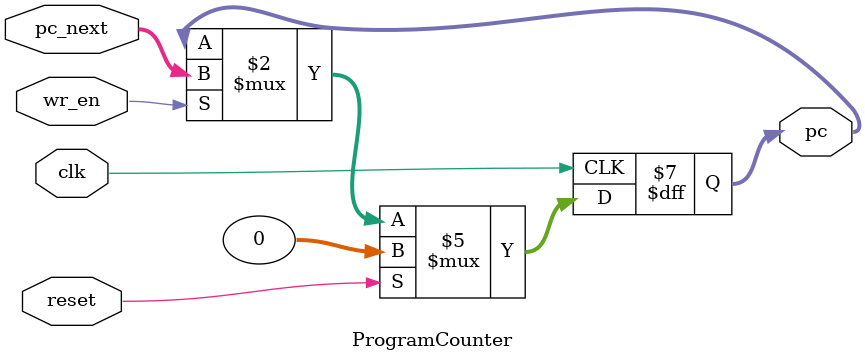
<source format=v>
module ProgramCounter(clk, reset, wr_en, pc_next, pc);
input clk;
input reset;
input wr_en;
input [31:0] pc_next;
output reg [31:0] pc;

always @ (posedge clk)
  if (reset)
    pc <= 32'h00000000;
  else
    if (wr_en)
      pc <= pc_next;

endmodule

</source>
